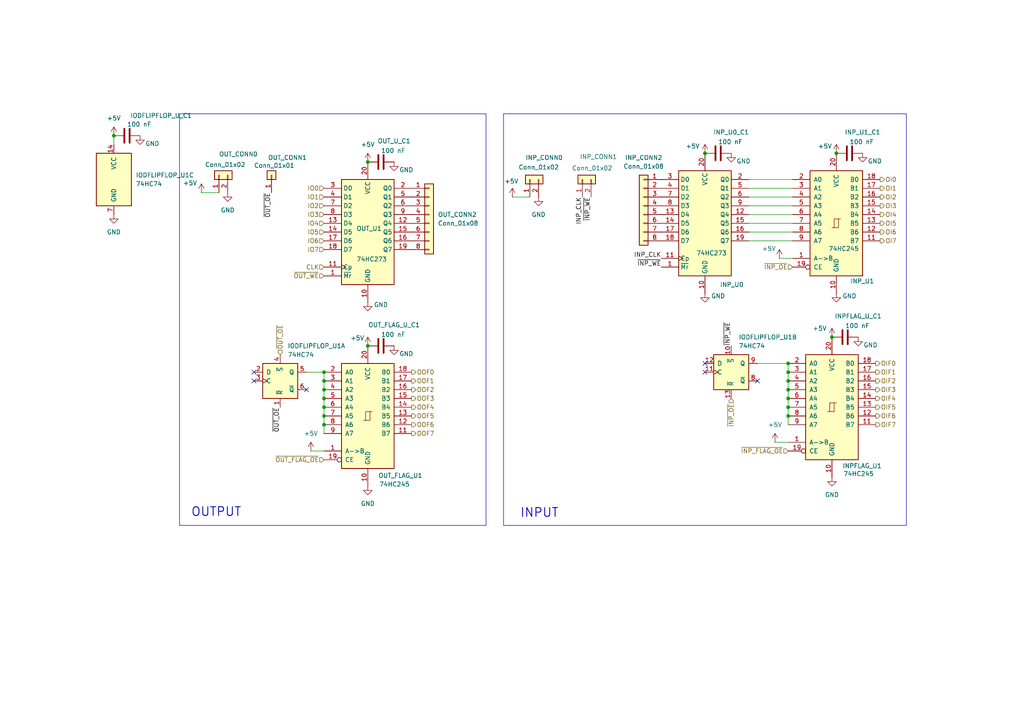
<source format=kicad_sch>
(kicad_sch (version 20250114) (generator "eeschema") (generator_version "9.0")
  (paper "A4")
  (title_block (title "I/O system") (date "2025-09-16") (rev "1") (company "Sergio Miguéns Iglesias"))
  (lib_symbols
    (symbol "74xx:74HC245" (pin_names (offset 1.016))
      (property "Reference" "U" (at -7.62 16.51 0))
      (property "Value" "74HC245" (at -7.62 -16.51 0))
      (symbol "74HC245_1_0"
        (polyline (pts (xy -1.27 -1.27) (xy 0.635 -1.27) (xy 0.635 1.27) (xy 1.27 1.27)))
        (polyline (pts (xy -0.635 -1.27) (xy -0.635 1.27) (xy 0.635 1.27)))
        (pin tri_state line (at -12.7 12.7 0) (length 5.08) (name "A0") (number "2"))
        (pin tri_state line (at -12.7 10.16 0) (length 5.08) (name "A1") (number "3"))
        (pin tri_state line (at -12.7 7.62 0) (length 5.08) (name "A2") (number "4"))
        (pin tri_state line (at -12.7 5.08 0) (length 5.08) (name "A3") (number "5"))
        (pin tri_state line (at -12.7 2.54 0) (length 5.08) (name "A4") (number "6"))
        (pin tri_state line (at -12.7 0 0) (length 5.08) (name "A5") (number "7"))
        (pin tri_state line (at -12.7 -2.54 0) (length 5.08) (name "A6") (number "8"))
        (pin tri_state line (at -12.7 -5.08 0) (length 5.08) (name "A7") (number "9"))
        (pin input line (at -12.7 -10.16 0) (length 5.08) (name "A->B") (number "1"))
        (pin input inverted (at -12.7 -12.7 0) (length 5.08) (name "CE") (number "19"))
        (pin power_in line (at 0 20.32 270) (length 5.08) (name "VCC") (number "20"))
        (pin power_in line (at 0 -20.32 90) (length 5.08) (name "GND") (number "10"))
        (pin tri_state line (at 12.7 12.7 180) (length 5.08) (name "B0") (number "18"))
        (pin tri_state line (at 12.7 10.16 180) (length 5.08) (name "B1") (number "17"))
        (pin tri_state line (at 12.7 7.62 180) (length 5.08) (name "B2") (number "16"))
        (pin tri_state line (at 12.7 5.08 180) (length 5.08) (name "B3") (number "15"))
        (pin tri_state line (at 12.7 2.54 180) (length 5.08) (name "B4") (number "14"))
        (pin tri_state line (at 12.7 0 180) (length 5.08) (name "B5") (number "13"))
        (pin tri_state line (at 12.7 -2.54 180) (length 5.08) (name "B6") (number "12"))
        (pin tri_state line (at 12.7 -5.08 180) (length 5.08) (name "B7") (number "11"))
      )
      (symbol "74HC245_1_1"
        (rectangle (start -7.62 15.24) (end 7.62 -15.24) (stroke (width 0.254)) (fill (type background)))
      )
    )
    (symbol "74xx:74HC273"
      (property "Reference" "U" (at -7.62 16.51 0))
      (property "Value" "74HC273" (at -7.62 -16.51 0))
      (symbol "74HC273_1_0"
        (pin input line (at -12.7 12.7 0) (length 5.08) (name "D0") (number "3"))
        (pin input line (at -12.7 10.16 0) (length 5.08) (name "D1") (number "4"))
        (pin input line (at -12.7 7.62 0) (length 5.08) (name "D2") (number "7"))
        (pin input line (at -12.7 5.08 0) (length 5.08) (name "D3") (number "8"))
        (pin input line (at -12.7 2.54 0) (length 5.08) (name "D4") (number "13"))
        (pin input line (at -12.7 0 0) (length 5.08) (name "D5") (number "14"))
        (pin input line (at -12.7 -2.54 0) (length 5.08) (name "D6") (number "17"))
        (pin input line (at -12.7 -5.08 0) (length 5.08) (name "D7") (number "18"))
        (pin input clock (at -12.7 -10.16 0) (length 5.08) (name "Cp") (number "11"))
        (pin input line (at -12.7 -12.7 0) (length 5.08) (name "~{Mr}") (number "1"))
        (pin power_in line (at 0 20.32 270) (length 5.08) (name "VCC") (number "20"))
        (pin power_in line (at 0 -20.32 90) (length 5.08) (name "GND") (number "10"))
        (pin output line (at 12.7 12.7 180) (length 5.08) (name "Q0") (number "2"))
        (pin output line (at 12.7 10.16 180) (length 5.08) (name "Q1") (number "5"))
        (pin output line (at 12.7 7.62 180) (length 5.08) (name "Q2") (number "6"))
        (pin output line (at 12.7 5.08 180) (length 5.08) (name "Q3") (number "9"))
        (pin output line (at 12.7 2.54 180) (length 5.08) (name "Q4") (number "12"))
        (pin output line (at 12.7 0 180) (length 5.08) (name "Q5") (number "15"))
        (pin output line (at 12.7 -2.54 180) (length 5.08) (name "Q6") (number "16"))
        (pin output line (at 12.7 -5.08 180) (length 5.08) (name "Q7") (number "19"))
      )
      (symbol "74HC273_1_1"
        (rectangle (start -7.62 15.24) (end 7.62 -15.24) (stroke (width 0.254)) (fill (type background)))
      )
    )
    (symbol "74xx:74HC74" (pin_names (offset 1.016))
      (property "Reference" "U" (at -7.62 8.89 0))
      (property "Value" "74HC74" (at -7.62 -8.89 0))
      (symbol "74HC74_1_0"
        (pin input line (at -7.62 2.54 0) (length 2.54) (name "D") (number "2"))
        (pin input clock (at -7.62 0 0) (length 2.54) (name "C") (number "3"))
        (pin input line (at 0 7.62 270) (length 2.54) (name "~{S}") (number "4"))
        (pin input line (at 0 -7.62 90) (length 2.54) (name "~{R}") (number "1"))
        (pin output line (at 7.62 2.54 180) (length 2.54) (name "Q") (number "5"))
        (pin output line (at 7.62 -2.54 180) (length 2.54) (name "~{Q}") (number "6"))
      )
      (symbol "74HC74_1_1"
        (rectangle (start -5.08 5.08) (end 5.08 -5.08) (stroke (width 0.254)) (fill (type background)))
      )
      (symbol "74HC74_2_0"
        (pin input line (at -7.62 2.54 0) (length 2.54) (name "D") (number "12"))
        (pin input clock (at -7.62 0 0) (length 2.54) (name "C") (number "11"))
        (pin input line (at 0 7.62 270) (length 2.54) (name "~{S}") (number "10"))
        (pin input line (at 0 -7.62 90) (length 2.54) (name "~{R}") (number "13"))
        (pin output line (at 7.62 2.54 180) (length 2.54) (name "Q") (number "9"))
        (pin output line (at 7.62 -2.54 180) (length 2.54) (name "~{Q}") (number "8"))
      )
      (symbol "74HC74_2_1"
        (rectangle (start -5.08 5.08) (end 5.08 -5.08) (stroke (width 0.254)) (fill (type background)))
      )
      (symbol "74HC74_3_0"
        (pin power_in line (at 0 10.16 270) (length 2.54) (name "VCC") (number "14"))
        (pin power_in line (at 0 -10.16 90) (length 2.54) (name "GND") (number "7"))
      )
      (symbol "74HC74_3_1"
        (rectangle (start -5.08 7.62) (end 5.08 -7.62) (stroke (width 0.254)) (fill (type background)))
      )
    )
    (symbol "Connector_Generic:Conn_01x01" (pin_names (offset 1.016) (hide yes))
      (property "Reference" "J" (at 0 2.54 0))
      (property "Value" "Conn_01x01" (at 0 -2.54 0))
      (symbol "Conn_01x01_1_1"
        (rectangle (start -1.27 1.27) (end 1.27 -1.27) (stroke (width 0.254)) (fill (type background)))
        (rectangle (start -1.27 0.127) (end 0 -0.127) (stroke (width 0.1524)))
        (pin passive line (at -5.08 0 0) (length 3.81) (name "Pin_1") (number "1"))
      )
    )
    (symbol "Connector_Generic:Conn_01x02" (pin_names (offset 1.016) (hide yes))
      (property "Reference" "J" (at 0 2.54 0))
      (property "Value" "Conn_01x02" (at 0 -5.08 0))
      (symbol "Conn_01x02_1_1"
        (rectangle (start -1.27 1.27) (end 1.27 -3.81) (stroke (width 0.254)) (fill (type background)))
        (rectangle (start -1.27 0.127) (end 0 -0.127) (stroke (width 0.1524)))
        (rectangle (start -1.27 -2.413) (end 0 -2.667) (stroke (width 0.1524)))
        (pin passive line (at -5.08 0 0) (length 3.81) (name "Pin_1") (number "1"))
        (pin passive line (at -5.08 -2.54 0) (length 3.81) (name "Pin_2") (number "2"))
      )
    )
    (symbol "Connector_Generic:Conn_01x08" (pin_names (offset 1.016) (hide yes))
      (property "Reference" "J" (at 0 10.16 0))
      (property "Value" "Conn_01x08" (at 0 -12.7 0))
      (symbol "Conn_01x08_1_1"
        (rectangle (start -1.27 8.89) (end 1.27 -11.43) (stroke (width 0.254)) (fill (type background)))
        (rectangle (start -1.27 7.747) (end 0 7.493) (stroke (width 0.1524)))
        (rectangle (start -1.27 5.207) (end 0 4.953) (stroke (width 0.1524)))
        (rectangle (start -1.27 2.667) (end 0 2.413) (stroke (width 0.1524)))
        (rectangle (start -1.27 0.127) (end 0 -0.127) (stroke (width 0.1524)))
        (rectangle (start -1.27 -2.413) (end 0 -2.667) (stroke (width 0.1524)))
        (rectangle (start -1.27 -4.953) (end 0 -5.207) (stroke (width 0.1524)))
        (rectangle (start -1.27 -7.493) (end 0 -7.747) (stroke (width 0.1524)))
        (rectangle (start -1.27 -10.033) (end 0 -10.287) (stroke (width 0.1524)))
        (pin passive line (at -5.08 7.62 0) (length 3.81) (name "Pin_1") (number "1"))
        (pin passive line (at -5.08 5.08 0) (length 3.81) (name "Pin_2") (number "2"))
        (pin passive line (at -5.08 2.54 0) (length 3.81) (name "Pin_3") (number "3"))
        (pin passive line (at -5.08 0 0) (length 3.81) (name "Pin_4") (number "4"))
        (pin passive line (at -5.08 -2.54 0) (length 3.81) (name "Pin_5") (number "5"))
        (pin passive line (at -5.08 -5.08 0) (length 3.81) (name "Pin_6") (number "6"))
        (pin passive line (at -5.08 -7.62 0) (length 3.81) (name "Pin_7") (number "7"))
        (pin passive line (at -5.08 -10.16 0) (length 3.81) (name "Pin_8") (number "8"))
      )
    )
    (symbol "Device:C" (pin_numbers (hide yes)) (pin_names (offset 0.254))
      (property "Reference" "C" (at 0.635 2.54 0))
      (property "Value" "C" (at 0.635 -2.54 0))
      (symbol "C_0_1"
        (polyline (pts (xy -2.032 0.762) (xy 2.032 0.762)) (stroke (width 0.508)))
        (polyline (pts (xy -2.032 -0.762) (xy 2.032 -0.762)) (stroke (width 0.508)))
      )
      (symbol "C_1_1"
        (pin passive line (at 0 3.81 270) (length 2.794) (name "~") (number "1"))
        (pin passive line (at 0 -3.81 90) (length 2.794) (name "~") (number "2"))
      )
    )
    (symbol "power:+5V" (power) (pin_numbers (hide yes)) (pin_names (offset 0) (hide yes))
      (property "Value" "+5V" (at 0 3.556 0))
      (symbol "+5V_0_1"
        (polyline (pts (xy -0.762 1.27) (xy 0 2.54)))
        (polyline (pts (xy 0 2.54) (xy 0.762 1.27)))
        (polyline (pts (xy 0 0) (xy 0 2.54)))
      )
      (symbol "+5V_1_1"
        (pin power_in line (at 0 0 90) (length 0) (name "~") (number "1"))
      )
    )
    (symbol "power:GND" (power) (pin_numbers (hide yes)) (pin_names (offset 0) (hide yes))
      (property "Value" "GND" (at 0 -3.81 0))
      (symbol "GND_0_1"
        (polyline (pts (xy 0 0) (xy 0 -1.27) (xy 1.27 -1.27) (xy 0 -2.54) (xy -1.27 -1.27) (xy 0 -1.27)))
      )
      (symbol "GND_1_1"
        (pin power_in line (at 0 0 270) (length 0) (name "~") (number "1"))
      )
    )
  )
  (rectangle (start 146.05 33.02) (end 262.89 152.4))
  (rectangle (start 52.07 33.02) (end 140.97 152.4))
  (text "INPUT" (at 156.464 148.844 0) (effects (font (size 2.54 2.54) (thickness 0.254) (bold yes))))
  (text "OUTPUT\n" (at 62.738 148.59 0) (effects (font (size 2.54 2.54) (thickness 0.254) (bold yes))))
  (junction (at 241.3 97.79))
  (junction (at 228.6 110.49))
  (junction (at 93.98 123.19))
  (junction (at 106.68 46.99))
  (junction (at 106.68 100.33))
  (junction (at 93.98 113.03))
  (junction (at 228.6 115.57))
  (junction (at 93.98 120.65))
  (junction (at 242.57 44.45))
  (junction (at 228.6 118.11))
  (junction (at 33.02 39.37))
  (junction (at 93.98 115.57))
  (junction (at 228.6 120.65))
  (junction (at 204.47 44.45))
  (junction (at 93.98 107.95))
  (junction (at 228.6 107.95))
  (junction (at 228.6 105.41))
  (junction (at 228.6 113.03))
  (junction (at 93.98 110.49))
  (junction (at 93.98 118.11))
  (no_connect (at 73.66 107.95))
  (no_connect (at 204.47 107.95))
  (no_connect (at 88.9 113.03))
  (no_connect (at 219.71 110.49))
  (no_connect (at 204.47 105.41))
  (no_connect (at 73.66 110.49))
  (wire (pts (xy 228.6 120.65) (xy 228.6 123.19)))
  (wire (pts (xy 219.71 105.41) (xy 228.6 105.41)))
  (wire (pts (xy 88.9 107.95) (xy 93.98 107.95)))
  (wire (pts (xy 229.87 57.15) (xy 217.17 57.15)))
  (wire (pts (xy 228.6 113.03) (xy 228.6 115.57)))
  (wire (pts (xy 228.6 105.41) (xy 228.6 107.95)))
  (wire (pts (xy 58.42 55.88) (xy 63.5 55.88)))
  (wire (pts (xy 228.6 107.95) (xy 228.6 110.49)))
  (wire (pts (xy 224.79 128.27) (xy 228.6 128.27)))
  (wire (pts (xy 90.17 130.81) (xy 93.98 130.81)))
  (wire (pts (xy 229.87 59.69) (xy 217.17 59.69)))
  (wire (pts (xy 229.87 52.07) (xy 217.17 52.07)))
  (wire (pts (xy 93.98 123.19) (xy 93.98 125.73)))
  (wire (pts (xy 33.02 39.37) (xy 33.02 41.91)))
  (wire (pts (xy 229.87 67.31) (xy 217.17 67.31)))
  (wire (pts (xy 226.06 74.93) (xy 229.87 74.93)))
  (wire (pts (xy 229.87 54.61) (xy 217.17 54.61)))
  (wire (pts (xy 229.87 62.23) (xy 217.17 62.23)))
  (wire (pts (xy 93.98 115.57) (xy 93.98 118.11)))
  (wire (pts (xy 228.6 110.49) (xy 228.6 113.03)))
  (wire (pts (xy 93.98 118.11) (xy 93.98 120.65)))
  (wire (pts (xy 148.59 57.15) (xy 153.67 57.15)))
  (wire (pts (xy 93.98 110.49) (xy 93.98 113.03)))
  (wire (pts (xy 229.87 69.85) (xy 217.17 69.85)))
  (wire (pts (xy 93.98 120.65) (xy 93.98 123.19)))
  (wire (pts (xy 228.6 118.11) (xy 228.6 120.65)))
  (wire (pts (xy 228.6 115.57) (xy 228.6 118.11)))
  (wire (pts (xy 93.98 113.03) (xy 93.98 115.57)))
  (wire (pts (xy 93.98 107.95) (xy 93.98 110.49)))
  (wire (pts (xy 229.87 64.77) (xy 217.17 64.77)))
  (label "INP_CLK" (at 191.77 74.93 180))
  (label "~{INP_WE}" (at 212.09 100.33 90))
  (label "~{OUT_OE}" (at 81.28 118.11 270))
  (label "~{INP_WE}" (at 191.77 77.47 180))
  (label "~{INP_WE}" (at 171.45 57.15 270))
  (label "INP_CLK" (at 168.91 57.15 270))
  (label "~{OUT_OE}" (at 78.74 55.88 270))
  (hierarchical_label "IO6" (shape input) (at 93.98 69.85 180))
  (hierarchical_label "IO5" (shape input) (at 93.98 67.31 180))
  (hierarchical_label "OIF4" (shape output) (at 254 115.57 0))
  (hierarchical_label "OI5" (shape output) (at 255.27 64.77 0))
  (hierarchical_label "OIF7" (shape output) (at 254 123.19 0))
  (hierarchical_label "~{INP_OE}" (shape input) (at 212.09 115.57 270))
  (hierarchical_label "OI3" (shape output) (at 255.27 59.69 0))
  (hierarchical_label "IO3" (shape input) (at 93.98 62.23 180))
  (hierarchical_label "OI1" (shape output) (at 255.27 54.61 0))
  (hierarchical_label "OOF2" (shape output) (at 119.38 113.03 0))
  (hierarchical_label "IO2" (shape input) (at 93.98 59.69 180))
  (hierarchical_label "OI7" (shape output) (at 255.27 69.85 0))
  (hierarchical_label "OOF3" (shape output) (at 119.38 115.57 0))
  (hierarchical_label "IO7" (shape input) (at 93.98 72.39 180))
  (hierarchical_label "~{OUT_WE}" (shape input) (at 93.98 80.01 180))
  (hierarchical_label "OIF0" (shape output) (at 254 105.41 0))
  (hierarchical_label "OI4" (shape output) (at 255.27 62.23 0))
  (hierarchical_label "~{OUT_OE}" (shape input) (at 81.28 102.87 90))
  (hierarchical_label "OOF5" (shape output) (at 119.38 120.65 0))
  (hierarchical_label "OOF0" (shape output) (at 119.38 107.95 0))
  (hierarchical_label "IO1" (shape input) (at 93.98 57.15 180))
  (hierarchical_label "OOF7" (shape output) (at 119.38 125.73 0))
  (hierarchical_label "OOF1" (shape output) (at 119.38 110.49 0))
  (hierarchical_label "OIF2" (shape output) (at 254 110.49 0))
  (hierarchical_label "OIF5" (shape output) (at 254 118.11 0))
  (hierarchical_label "~{INP_OE}" (shape input) (at 229.87 77.47 180))
  (hierarchical_label "OOF4" (shape output) (at 119.38 118.11 0))
  (hierarchical_label "OI2" (shape output) (at 255.27 57.15 0))
  (hierarchical_label "IO0" (shape input) (at 93.98 54.61 180))
  (hierarchical_label "OIF3" (shape output) (at 254 113.03 0))
  (hierarchical_label "OIF1" (shape output) (at 254 107.95 0))
  (hierarchical_label "OOF6" (shape output) (at 119.38 123.19 0))
  (hierarchical_label "~{INP_FLAG_OE}" (shape input) (at 228.6 130.81 180))
  (hierarchical_label "CLK" (shape input) (at 93.98 77.47 180))
  (hierarchical_label "~{OUT_FLAG_OE}" (shape input) (at 93.98 133.35 180))
  (hierarchical_label "OI0" (shape output) (at 255.27 52.07 0))
  (hierarchical_label "OI6" (shape output) (at 255.27 67.31 0))
  (hierarchical_label "OIF6" (shape output) (at 254 120.65 0))
  (hierarchical_label "IO4" (shape input) (at 93.98 64.77 180))
  (symbol (lib_id "power:+5V") (at 90.17 130.81 0) (unit 1)
    (property "Reference" "#PWR0121" (effects (hide yes)))
    (property "Value" "+5V" (at 90.17 125.73 0))
    (property "Description" "Power symbol creates a global label with name \"+5V\"" (effects (hide yes)))
  )
  (symbol (lib_id "74xx:74HC245") (at 242.57 64.77 0) (unit 1)
    (property "Reference" "INP_U1" (at 246.634 81.534 0) (effects (justify left)))
    (property "Value" "74HC245" (at 240.284 72.136 0) (effects (justify left)))
    (property "Footprint" "Package_DIP:DIP-20_W7.62mm" (effects (hide yes)))
    (property "Datasheet" "http://www.ti.com/lit/gpn/sn74HC245" (effects (hide yes)))
    (property "Description" "Octal BUS Transceivers, 3-State outputs" (effects (hide yes)))
  )
  (symbol (lib_id "power:GND") (at 66.04 55.88 0) (unit 1)
    (property "Reference" "#PWR020" (effects (hide yes)))
    (property "Value" "GND" (at 66.04 60.96 0))
    (property "Description" "Power symbol creates a global label with name \"GND\" , ground" (effects (hide yes)))
  )
  (symbol (lib_id "power:GND") (at 242.57 85.09 0) (unit 1)
    (property "Reference" "#PWR0128" (effects (hide yes)))
    (property "Value" "GND" (at 246.38 85.852 0))
    (property "Description" "Power symbol creates a global label with name \"GND\" , ground" (effects (hide yes)))
  )
  (symbol (lib_id "Device:C") (at 110.49 46.99 90) (unit 1)
    (property "Reference" "OUT_U_C1" (at 114.3 40.894 90))
    (property "Value" "100 nF" (at 114.046 43.688 90))
    (property "Footprint" "Capacitor_THT:C_Disc_D3.0mm_W1.6mm_P2.50mm" (effects (hide yes)))
    (property "Description" "Unpolarized capacitor" (effects (hide yes)))
  )
  (symbol (lib_id "power:GND") (at 114.3 100.33 0) (unit 1)
    (property "Reference" "#PWR0171" (effects (hide yes)))
    (property "Value" "GND" (at 117.856 102.616 0))
    (property "Description" "Power symbol creates a global label with name \"GND\" , ground" (effects (hide yes)))
  )
  (symbol (lib_id "power:GND") (at 248.92 97.79 0) (unit 1)
    (property "Reference" "#PWR0168" (effects (hide yes)))
    (property "Value" "GND" (at 252.476 100.076 0))
    (property "Description" "Power symbol creates a global label with name \"GND\" , ground" (effects (hide yes)))
  )
  (symbol (lib_id "power:GND") (at 106.68 87.63 0) (unit 1)
    (property "Reference" "#PWR0118" (effects (hide yes)))
    (property "Value" "GND" (at 110.49 88.392 0))
    (property "Description" "Power symbol creates a global label with name \"GND\" , ground" (effects (hide yes)))
  )
  (symbol (lib_id "power:GND") (at 250.19 44.45 0) (unit 1)
    (property "Reference" "#PWR0166" (effects (hide yes)))
    (property "Value" "GND" (at 253.746 46.736 0))
    (property "Description" "Power symbol creates a global label with name \"GND\" , ground" (effects (hide yes)))
  )
  (symbol (lib_id "power:+5V") (at 242.57 44.45 0) (unit 1)
    (property "Reference" "#PWR0127" (effects (hide yes)))
    (property "Value" "+5V" (at 239.268 42.418 0))
    (property "Description" "Power symbol creates a global label with name \"+5V\"" (effects (hide yes)))
  )
  (symbol (lib_id "power:+5V") (at 106.68 46.99 0) (unit 1)
    (property "Reference" "#PWR0117" (effects (hide yes)))
    (property "Value" "+5V" (at 106.68 41.91 0))
    (property "Description" "Power symbol creates a global label with name \"+5V\"" (effects (hide yes)))
  )
  (symbol (lib_id "power:GND") (at 40.64 39.37 0) (unit 1)
    (property "Reference" "#PWR0169" (effects (hide yes)))
    (property "Value" "GND" (at 44.196 41.656 0))
    (property "Description" "Power symbol creates a global label with name \"GND\" , ground" (effects (hide yes)))
  )
  (symbol (lib_id "Device:C") (at 36.83 39.37 90) (unit 1)
    (property "Reference" "IODFLIPFLOP_U_C1" (at 46.736 33.528 90))
    (property "Value" "100 nF" (at 40.386 36.068 90))
    (property "Footprint" "Capacitor_THT:C_Disc_D3.0mm_W1.6mm_P2.50mm" (effects (hide yes)))
    (property "Description" "Unpolarized capacitor" (effects (hide yes)))
  )
  (symbol (lib_id "74xx:74HC74") (at 33.02 52.07 0) (unit 3)
    (property "Reference" "IODFLIPFLOP_U1" (at 39.37 50.7999 0) (effects (justify left)))
    (property "Value" "74HC74" (at 39.37 53.3399 0) (effects (justify left)))
    (property "Footprint" "Package_DIP:DIP-14_W7.62mm" (effects (hide yes)))
    (property "Datasheet" "74xx/74hc_hct74.pdf" (effects (hide yes)))
    (property "Description" "Dual D Flip-flop, Set & Reset" (effects (hide yes)))
  )
  (symbol (lib_id "Device:C") (at 110.49 100.33 90) (unit 1)
    (property "Reference" "OUT_FLAG_U_C1" (at 114.3 94.234 90))
    (property "Value" "100 nF" (at 114.046 97.028 90))
    (property "Footprint" "Capacitor_THT:C_Disc_D3.0mm_W1.6mm_P2.50mm" (effects (hide yes)))
    (property "Description" "Unpolarized capacitor" (effects (hide yes)))
  )
  (symbol (lib_id "power:+5V") (at 148.59 57.15 0) (unit 1)
    (property "Reference" "#PWR022" (effects (hide yes)))
    (property "Value" "+5V" (at 148.336 52.578 0))
    (property "Description" "Power symbol creates a global label with name \"+5V\"" (effects (hide yes)))
  )
  (symbol (lib_id "Device:C") (at 246.38 44.45 90) (unit 1)
    (property "Reference" "INP_U1_C1" (at 250.19 38.354 90))
    (property "Value" "100 nF" (at 249.936 41.148 90))
    (property "Footprint" "Capacitor_THT:C_Disc_D3.0mm_W1.6mm_P2.50mm" (effects (hide yes)))
    (property "Description" "Unpolarized capacitor" (effects (hide yes)))
  )
  (symbol (lib_id "Device:C") (at 245.11 97.79 90) (unit 1)
    (property "Reference" "INPFLAG_U_C1" (at 248.92 91.694 90))
    (property "Value" "100 nF" (at 248.666 94.488 90))
    (property "Footprint" "Capacitor_THT:C_Disc_D3.0mm_W1.6mm_P2.50mm" (effects (hide yes)))
    (property "Description" "Unpolarized capacitor" (effects (hide yes)))
  )
  (symbol (lib_id "power:GND") (at 33.02 62.23 0) (unit 1)
    (property "Reference" "#PWR0120" (effects (hide yes)))
    (property "Value" "GND" (at 33.02 67.31 0))
    (property "Description" "Power symbol creates a global label with name \"GND\" , ground" (effects (hide yes)))
  )
  (symbol (lib_id "power:+5V") (at 224.79 128.27 0) (unit 1)
    (property "Reference" "#PWR0129" (effects (hide yes)))
    (property "Value" "+5V" (at 224.79 123.19 0))
    (property "Description" "Power symbol creates a global label with name \"+5V\"" (effects (hide yes)))
  )
  (symbol (lib_id "power:+5V") (at 33.02 39.37 0) (unit 1)
    (property "Reference" "#PWR0119" (effects (hide yes)))
    (property "Value" "+5V" (at 33.02 34.29 0))
    (property "Description" "Power symbol creates a global label with name \"+5V\"" (effects (hide yes)))
  )
  (symbol (lib_id "power:+5V") (at 241.3 97.79 0) (unit 1)
    (property "Reference" "#PWR0130" (effects (hide yes)))
    (property "Value" "+5V" (at 237.744 95.25 0))
    (property "Description" "Power symbol creates a global label with name \"+5V\"" (effects (hide yes)))
  )
  (symbol (lib_id "power:+5V") (at 226.06 74.93 0) (unit 1)
    (property "Reference" "#PWR0126" (effects (hide yes)))
    (property "Value" "+5V" (at 223.012 72.136 0))
    (property "Description" "Power symbol creates a global label with name \"+5V\"" (effects (hide yes)))
  )
  (symbol (lib_id "74xx:74HC74") (at 81.28 110.49 0) (unit 1)
    (property "Reference" "IODFLIPFLOP_U1" (at 83.4233 100.33 0) (effects (justify left)))
    (property "Value" "74HC74" (at 83.4233 102.87 0) (effects (justify left)))
    (property "Footprint" "Package_DIP:DIP-14_W7.62mm" (effects (hide yes)))
    (property "Datasheet" "74xx/74hc_hct74.pdf" (effects (hide yes)))
    (property "Description" "Dual D Flip-flop, Set & Reset" (effects (hide yes)))
  )
  (symbol (lib_id "Device:C") (at 208.28 44.45 90) (unit 1)
    (property "Reference" "INP_U0_C1" (at 212.09 38.354 90))
    (property "Value" "100 nF" (at 211.836 41.148 90))
    (property "Footprint" "Capacitor_THT:C_Disc_D3.0mm_W1.6mm_P2.50mm" (effects (hide yes)))
    (property "Description" "Unpolarized capacitor" (effects (hide yes)))
  )
  (symbol (lib_id "power:+5V") (at 106.68 100.33 0) (unit 1)
    (property "Reference" "#PWR0122" (effects (hide yes)))
    (property "Value" "+5V" (at 103.632 98.044 0))
    (property "Description" "Power symbol creates a global label with name \"+5V\"" (effects (hide yes)))
  )
  (symbol (lib_id "power:GND") (at 106.68 140.97 0) (unit 1)
    (property "Reference" "#PWR0123" (effects (hide yes)))
    (property "Value" "GND" (at 106.68 146.05 0))
    (property "Description" "Power symbol creates a global label with name \"GND\" , ground" (effects (hide yes)))
  )
  (symbol (lib_id "Connector_Generic:Conn_01x02") (at 63.5 50.8 90) (unit 1)
    (property "Reference" "OUT_CONN0" (at 63.5 44.704 90) (effects (justify right)))
    (property "Value" "Conn_01x02" (at 59.436 47.752 90) (effects (justify right)))
    (property "Footprint" "Connector_PinHeader_2.54mm:PinHeader_1x02_P2.54mm_Vertical" (effects (hide yes)))
    (property "Description" "Generic connector, single row, 01x02, script generated (kicad-library-utils/schlib/autogen/connector/)" (effects (hide yes)))
  )
  (symbol (lib_id "74xx:74HC245") (at 241.3 118.11 0) (unit 1)
    (property "Reference" "INPFLAG_U1" (at 244.348 135.128 0) (effects (justify left)))
    (property "Value" "74HC245" (at 244.602 137.414 0) (effects (justify left)))
    (property "Footprint" "Package_DIP:DIP-20_W7.62mm" (effects (hide yes)))
    (property "Datasheet" "http://www.ti.com/lit/gpn/sn74HC245" (effects (hide yes)))
    (property "Description" "Octal BUS Transceivers, 3-State outputs" (effects (hide yes)))
  )
  (symbol (lib_id "power:GND") (at 114.3 46.99 0) (unit 1)
    (property "Reference" "#PWR0170" (effects (hide yes)))
    (property "Value" "GND" (at 117.856 49.276 0))
    (property "Description" "Power symbol creates a global label with name \"GND\" , ground" (effects (hide yes)))
  )
  (symbol (lib_id "power:+5V") (at 204.47 44.45 0) (unit 1)
    (property "Reference" "#PWR0124" (effects (hide yes)))
    (property "Value" "+5V" (at 200.914 42.418 0))
    (property "Description" "Power symbol creates a global label with name \"+5V\"" (effects (hide yes)))
  )
  (symbol (lib_id "Connector_Generic:Conn_01x02") (at 168.91 52.07 90) (unit 1)
    (property "Reference" "INP_CONN1" (at 168.148 45.466 90) (effects (justify right)))
    (property "Value" "Conn_01x02" (at 165.862 48.768 90) (effects (justify right)))
    (property "Footprint" "Connector_PinHeader_2.54mm:PinHeader_1x02_P2.54mm_Vertical" (effects (hide yes)))
    (property "Description" "Generic connector, single row, 01x02, script generated (kicad-library-utils/schlib/autogen/connector/)" (effects (hide yes)))
  )
  (symbol (lib_id "74xx:74HC273") (at 106.68 67.31 0) (unit 1)
    (property "Reference" "OUT_U1" (at 103.378 66.294 0) (effects (justify left)))
    (property "Value" "74HC273" (at 103.378 75.184 0) (effects (justify left)))
    (property "Footprint" "Package_DIP:DIP-20_W7.62mm" (effects (hide yes)))
    (property "Datasheet" "https://assets.nexperia.com/documents/data-sheet/74HC_HCT273.pdf" (effects (hide yes)))
    (property "Description" "8-bit D Flip-Flop, reset" (effects (hide yes)))
  )
  (symbol (lib_id "74xx:74HC74") (at 212.09 107.95 0) (unit 2)
    (property "Reference" "IODFLIPFLOP_U1" (at 214.2333 97.79 0) (effects (justify left)))
    (property "Value" "74HC74" (at 214.2333 100.33 0) (effects (justify left)))
    (property "Footprint" "Package_DIP:DIP-14_W7.62mm" (effects (hide yes)))
    (property "Datasheet" "74xx/74hc_hct74.pdf" (effects (hide yes)))
    (property "Description" "Dual D Flip-flop, Set & Reset" (effects (hide yes)))
  )
  (symbol (lib_id "74xx:74HC273") (at 204.47 64.77 0) (unit 1)
    (property "Reference" "INP_U0" (at 208.788 82.55 0) (effects (justify left)))
    (property "Value" "74HC273" (at 201.93 73.406 0) (effects (justify left)))
    (property "Footprint" "Package_DIP:DIP-20_W7.62mm" (effects (hide yes)))
    (property "Datasheet" "https://assets.nexperia.com/documents/data-sheet/74HC_HCT273.pdf" (effects (hide yes)))
    (property "Description" "8-bit D Flip-Flop, reset" (effects (hide yes)))
  )
  (symbol (lib_id "power:GND") (at 212.09 44.45 0) (unit 1)
    (property "Reference" "#PWR0167" (effects (hide yes)))
    (property "Value" "GND" (at 215.646 46.736 0))
    (property "Description" "Power symbol creates a global label with name \"GND\" , ground" (effects (hide yes)))
  )
  (symbol (lib_id "power:+5V") (at 58.42 55.88 0) (unit 1)
    (property "Reference" "#PWR021" (effects (hide yes)))
    (property "Value" "+5V" (at 55.118 53.086 0))
    (property "Description" "Power symbol creates a global label with name \"+5V\"" (effects (hide yes)))
  )
  (symbol (lib_id "power:GND") (at 241.3 138.43 0) (unit 1)
    (property "Reference" "#PWR0131" (effects (hide yes)))
    (property "Value" "GND" (at 241.3 143.51 0))
    (property "Description" "Power symbol creates a global label with name \"GND\" , ground" (effects (hide yes)))
  )
  (symbol (lib_id "Connector_Generic:Conn_01x08") (at 186.69 59.69 0) (mirror y) (unit 1)
    (property "Reference" "INP_CONN2" (at 186.69 45.72 0))
    (property "Value" "Conn_01x08" (at 186.69 48.26 0))
    (property "Footprint" "Connector_PinHeader_2.54mm:PinHeader_1x08_P2.54mm_Vertical" (effects (hide yes)))
    (property "Description" "Generic connector, single row, 01x08, script generated (kicad-library-utils/schlib/autogen/connector/)" (effects (hide yes)))
  )
  (symbol (lib_id "74xx:74HC245") (at 106.68 120.65 0) (unit 1)
    (property "Reference" "OUT_FLAG_U1" (at 109.728 137.922 0) (effects (justify left)))
    (property "Value" "74HC245" (at 109.982 140.462 0) (effects (justify left)))
    (property "Footprint" "Package_DIP:DIP-20_W7.62mm" (effects (hide yes)))
    (property "Datasheet" "http://www.ti.com/lit/gpn/sn74HC245" (effects (hide yes)))
    (property "Description" "Octal BUS Transceivers, 3-State outputs" (effects (hide yes)))
  )
  (symbol (lib_id "Connector_Generic:Conn_01x02") (at 153.67 52.07 90) (unit 1)
    (property "Reference" "INP_CONN0" (at 152.4 45.72 90) (effects (justify right)))
    (property "Value" "Conn_01x02" (at 150.368 48.514 90) (effects (justify right)))
    (property "Footprint" "Connector_PinHeader_2.54mm:PinHeader_1x02_P2.54mm_Vertical" (effects (hide yes)))
    (property "Description" "Generic connector, single row, 01x02, script generated (kicad-library-utils/schlib/autogen/connector/)" (effects (hide yes)))
  )
  (symbol (lib_id "power:GND") (at 156.21 57.15 0) (unit 1)
    (property "Reference" "#PWR0132" (effects (hide yes)))
    (property "Value" "GND" (at 156.21 62.23 0))
    (property "Description" "Power symbol creates a global label with name \"GND\" , ground" (effects (hide yes)))
  )
  (symbol (lib_id "Connector_Generic:Conn_01x01") (at 78.74 50.8 90) (unit 1)
    (property "Reference" "OUT_CONN1" (at 77.724 45.72 90) (effects (justify right)))
    (property "Value" "Conn_01x01" (at 73.66 48.006 90) (effects (justify right)))
    (property "Footprint" "Connector_PinHeader_2.54mm:PinHeader_1x01_P2.54mm_Vertical" (effects (hide yes)))
    (property "Description" "Generic connector, single row, 01x01, script generated (kicad-library-utils/schlib/autogen/connector/)" (effects (hide yes)))
  )
  (symbol (lib_id "power:GND") (at 204.47 85.09 0) (unit 1)
    (property "Reference" "#PWR0125" (effects (hide yes)))
    (property "Value" "GND" (at 208.28 85.852 0))
    (property "Description" "Power symbol creates a global label with name \"GND\" , ground" (effects (hide yes)))
  )
  (symbol (lib_id "Connector_Generic:Conn_01x08") (at 124.46 62.23 0) (unit 1)
    (property "Reference" "OUT_CONN2" (at 127 62.2299 0) (effects (justify left)))
    (property "Value" "Conn_01x08" (at 127 64.7699 0) (effects (justify left)))
    (property "Footprint" "Connector_PinHeader_2.54mm:PinHeader_1x08_P2.54mm_Vertical" (effects (hide yes)))
    (property "Description" "Generic connector, single row, 01x08, script generated (kicad-library-utils/schlib/autogen/connector/)" (effects (hide yes)))
  )
)
</source>
